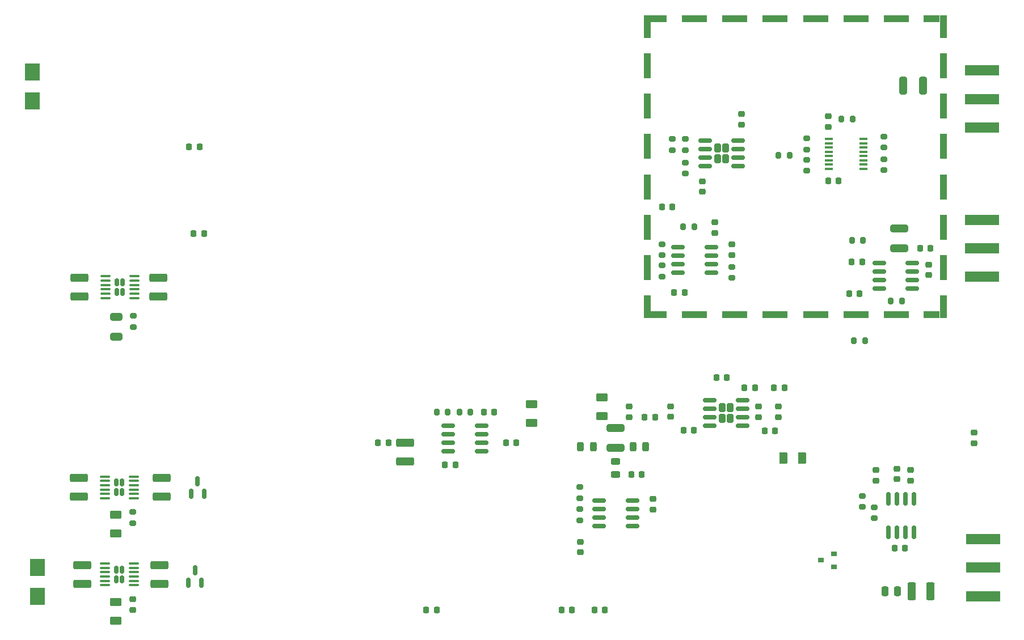
<source format=gbr>
G04 #@! TF.GenerationSoftware,KiCad,Pcbnew,(6.0.7)*
G04 #@! TF.CreationDate,2023-06-07T16:59:13+02:00*
G04 #@! TF.ProjectId,MTS_module,4d54535f-6d6f-4647-956c-652e6b696361,1.3.3*
G04 #@! TF.SameCoordinates,Original*
G04 #@! TF.FileFunction,Paste,Top*
G04 #@! TF.FilePolarity,Positive*
%FSLAX46Y46*%
G04 Gerber Fmt 4.6, Leading zero omitted, Abs format (unit mm)*
G04 Created by KiCad (PCBNEW (6.0.7)) date 2023-06-07 16:59:13*
%MOMM*%
%LPD*%
G01*
G04 APERTURE LIST*
G04 Aperture macros list*
%AMRoundRect*
0 Rectangle with rounded corners*
0 $1 Rounding radius*
0 $2 $3 $4 $5 $6 $7 $8 $9 X,Y pos of 4 corners*
0 Add a 4 corners polygon primitive as box body*
4,1,4,$2,$3,$4,$5,$6,$7,$8,$9,$2,$3,0*
0 Add four circle primitives for the rounded corners*
1,1,$1+$1,$2,$3*
1,1,$1+$1,$4,$5*
1,1,$1+$1,$6,$7*
1,1,$1+$1,$8,$9*
0 Add four rect primitives between the rounded corners*
20,1,$1+$1,$2,$3,$4,$5,0*
20,1,$1+$1,$4,$5,$6,$7,0*
20,1,$1+$1,$6,$7,$8,$9,0*
20,1,$1+$1,$8,$9,$2,$3,0*%
G04 Aperture macros list end*
%ADD10RoundRect,0.250000X-1.075000X0.375000X-1.075000X-0.375000X1.075000X-0.375000X1.075000X0.375000X0*%
%ADD11RoundRect,0.250000X-0.625000X0.375000X-0.625000X-0.375000X0.625000X-0.375000X0.625000X0.375000X0*%
%ADD12RoundRect,0.218750X-0.218750X-0.256250X0.218750X-0.256250X0.218750X0.256250X-0.218750X0.256250X0*%
%ADD13RoundRect,0.218750X0.218750X0.256250X-0.218750X0.256250X-0.218750X-0.256250X0.218750X-0.256250X0*%
%ADD14RoundRect,0.225000X0.250000X-0.225000X0.250000X0.225000X-0.250000X0.225000X-0.250000X-0.225000X0*%
%ADD15RoundRect,0.250000X0.625000X-0.375000X0.625000X0.375000X-0.625000X0.375000X-0.625000X-0.375000X0*%
%ADD16RoundRect,0.243750X0.243750X0.456250X-0.243750X0.456250X-0.243750X-0.456250X0.243750X-0.456250X0*%
%ADD17RoundRect,0.243750X0.456250X-0.243750X0.456250X0.243750X-0.456250X0.243750X-0.456250X-0.243750X0*%
%ADD18RoundRect,0.218750X-0.256250X0.218750X-0.256250X-0.218750X0.256250X-0.218750X0.256250X0.218750X0*%
%ADD19R,0.900000X0.800000*%
%ADD20RoundRect,0.200000X-0.275000X0.200000X-0.275000X-0.200000X0.275000X-0.200000X0.275000X0.200000X0*%
%ADD21RoundRect,0.218750X0.256250X-0.218750X0.256250X0.218750X-0.256250X0.218750X-0.256250X-0.218750X0*%
%ADD22RoundRect,0.250000X1.075000X-0.312500X1.075000X0.312500X-1.075000X0.312500X-1.075000X-0.312500X0*%
%ADD23RoundRect,0.250000X0.375000X1.075000X-0.375000X1.075000X-0.375000X-1.075000X0.375000X-1.075000X0*%
%ADD24RoundRect,0.167500X-0.167500X-0.407500X0.167500X-0.407500X0.167500X0.407500X-0.167500X0.407500X0*%
%ADD25RoundRect,0.100000X-0.625000X-0.100000X0.625000X-0.100000X0.625000X0.100000X-0.625000X0.100000X0*%
%ADD26RoundRect,0.250000X-0.375000X-0.625000X0.375000X-0.625000X0.375000X0.625000X-0.375000X0.625000X0*%
%ADD27RoundRect,0.225000X-0.225000X-0.250000X0.225000X-0.250000X0.225000X0.250000X-0.225000X0.250000X0*%
%ADD28RoundRect,0.225000X-0.250000X0.225000X-0.250000X-0.225000X0.250000X-0.225000X0.250000X0.225000X0*%
%ADD29RoundRect,0.225000X0.225000X0.250000X-0.225000X0.250000X-0.225000X-0.250000X0.225000X-0.250000X0*%
%ADD30R,2.300000X2.500000*%
%ADD31R,5.080000X1.500000*%
%ADD32R,1.000000X3.800000*%
%ADD33R,3.800000X1.000000*%
%ADD34R,1.000000X1.000000*%
%ADD35R,2.440000X1.000000*%
%ADD36R,1.000000X2.440000*%
%ADD37RoundRect,0.200000X0.200000X0.275000X-0.200000X0.275000X-0.200000X-0.275000X0.200000X-0.275000X0*%
%ADD38RoundRect,0.250000X-1.075000X0.312500X-1.075000X-0.312500X1.075000X-0.312500X1.075000X0.312500X0*%
%ADD39RoundRect,0.200000X0.275000X-0.200000X0.275000X0.200000X-0.275000X0.200000X-0.275000X-0.200000X0*%
%ADD40RoundRect,0.200000X-0.200000X-0.275000X0.200000X-0.275000X0.200000X0.275000X-0.200000X0.275000X0*%
%ADD41RoundRect,0.250000X0.312500X1.075000X-0.312500X1.075000X-0.312500X-1.075000X0.312500X-1.075000X0*%
%ADD42RoundRect,0.242500X-0.242500X-0.422500X0.242500X-0.422500X0.242500X0.422500X-0.242500X0.422500X0*%
%ADD43RoundRect,0.150000X-0.825000X-0.150000X0.825000X-0.150000X0.825000X0.150000X-0.825000X0.150000X0*%
%ADD44RoundRect,0.150000X0.825000X0.150000X-0.825000X0.150000X-0.825000X-0.150000X0.825000X-0.150000X0*%
%ADD45R,1.200000X0.400000*%
%ADD46RoundRect,0.250000X-0.650000X0.325000X-0.650000X-0.325000X0.650000X-0.325000X0.650000X0.325000X0*%
%ADD47RoundRect,0.150000X-0.150000X0.825000X-0.150000X-0.825000X0.150000X-0.825000X0.150000X0.825000X0*%
%ADD48RoundRect,0.150000X0.150000X-0.587500X0.150000X0.587500X-0.150000X0.587500X-0.150000X-0.587500X0*%
%ADD49RoundRect,0.250000X0.250000X0.475000X-0.250000X0.475000X-0.250000X-0.475000X0.250000X-0.475000X0*%
G04 APERTURE END LIST*
D10*
X72500000Y-120400000D03*
X72500000Y-123200000D03*
X73000000Y-133400000D03*
X73000000Y-136200000D03*
D11*
X78000000Y-125900000D03*
X78000000Y-128700000D03*
X78000000Y-138900000D03*
X78000000Y-141700000D03*
D12*
X132912500Y-110600000D03*
X134487500Y-110600000D03*
D10*
X84300000Y-90500000D03*
X84300000Y-93300000D03*
X84800000Y-120400000D03*
X84800000Y-123200000D03*
X84500000Y-133400000D03*
X84500000Y-136200000D03*
D13*
X118687500Y-115100000D03*
X117112500Y-115100000D03*
X137787500Y-115100000D03*
X136212500Y-115100000D03*
D11*
X140000000Y-109400000D03*
X140000000Y-112200000D03*
D14*
X194600000Y-120575000D03*
X194600000Y-119025000D03*
D15*
X150500000Y-111200000D03*
X150500000Y-108400000D03*
D16*
X149237500Y-115700000D03*
X147362500Y-115700000D03*
D14*
X160800000Y-111275000D03*
X160800000Y-109725000D03*
D16*
X157037500Y-115700000D03*
X155162500Y-115700000D03*
D12*
X162712500Y-113300000D03*
X164287500Y-113300000D03*
D13*
X173387500Y-106900000D03*
X171812500Y-106900000D03*
D17*
X152600000Y-119837500D03*
X152600000Y-117962500D03*
D18*
X191400000Y-119212500D03*
X191400000Y-120787500D03*
D12*
X194212500Y-130900000D03*
X195787500Y-130900000D03*
D18*
X158200000Y-123512500D03*
X158200000Y-125087500D03*
D12*
X149412500Y-140100000D03*
X150987500Y-140100000D03*
X144512500Y-140100000D03*
X146087500Y-140100000D03*
X124312500Y-140100000D03*
X125887500Y-140100000D03*
X88925000Y-70900000D03*
X90500000Y-70900000D03*
X89612500Y-83900000D03*
X91187500Y-83900000D03*
D19*
X185200000Y-133650000D03*
X185200000Y-131750000D03*
X183200000Y-132700000D03*
D20*
X80500000Y-125475000D03*
X80500000Y-127125000D03*
D18*
X80500000Y-138512500D03*
X80500000Y-140087500D03*
D10*
X121200000Y-115100000D03*
X121200000Y-117900000D03*
D18*
X206100000Y-113612500D03*
X206100000Y-115187500D03*
D21*
X196600000Y-120787500D03*
X196600000Y-119212500D03*
X154600000Y-111287500D03*
X154600000Y-109712500D03*
D13*
X158487500Y-111300000D03*
X156912500Y-111300000D03*
X176387500Y-113400000D03*
X174812500Y-113400000D03*
D22*
X152600000Y-115862500D03*
X152600000Y-112937500D03*
D12*
X167612500Y-105400000D03*
X169187500Y-105400000D03*
D18*
X176900000Y-109712500D03*
X176900000Y-111287500D03*
X173900000Y-109712500D03*
X173900000Y-111287500D03*
D12*
X154912500Y-119900000D03*
X156487500Y-119900000D03*
D23*
X199550000Y-137300000D03*
X196750000Y-137300000D03*
D13*
X177787500Y-106900000D03*
X176212500Y-106900000D03*
D24*
X78090000Y-121090000D03*
X78090000Y-122510000D03*
X78910000Y-122510000D03*
X78910000Y-121090000D03*
D25*
X76350000Y-120175000D03*
X76350000Y-120825000D03*
X76350000Y-121475000D03*
X76350000Y-122125000D03*
X76350000Y-122775000D03*
X76350000Y-123425000D03*
X80650000Y-123425000D03*
X80650000Y-122775000D03*
X80650000Y-122125000D03*
X80650000Y-121475000D03*
X80650000Y-120825000D03*
X80650000Y-120175000D03*
D24*
X78910000Y-134090000D03*
X78090000Y-134090000D03*
X78910000Y-135510000D03*
X78090000Y-135510000D03*
D25*
X76350000Y-133175000D03*
X76350000Y-133825000D03*
X76350000Y-134475000D03*
X76350000Y-135125000D03*
X76350000Y-135775000D03*
X76350000Y-136425000D03*
X80650000Y-136425000D03*
X80650000Y-135775000D03*
X80650000Y-135125000D03*
X80650000Y-134475000D03*
X80650000Y-133825000D03*
X80650000Y-133175000D03*
D21*
X147300000Y-131487500D03*
X147300000Y-129912500D03*
D26*
X177600000Y-117400000D03*
X180400000Y-117400000D03*
D10*
X72600000Y-90500000D03*
X72600000Y-93300000D03*
D27*
X198025000Y-86100000D03*
X199575000Y-86100000D03*
D28*
X199300000Y-88525000D03*
X199300000Y-90075000D03*
D29*
X188975000Y-92900000D03*
X187425000Y-92900000D03*
D28*
X184300000Y-66400000D03*
X184300000Y-67950000D03*
D27*
X159525000Y-79900000D03*
X161075000Y-79900000D03*
X184325000Y-76000000D03*
X185875000Y-76000000D03*
D28*
X165500000Y-76100000D03*
X165500000Y-77650000D03*
D14*
X171400000Y-67600000D03*
X171400000Y-66050000D03*
D30*
X65500000Y-59750000D03*
X65500000Y-64050000D03*
X66300000Y-138050000D03*
X66300000Y-133750000D03*
D31*
X207300000Y-86100000D03*
X207300000Y-81850000D03*
X207300000Y-90350000D03*
D32*
X201490000Y-58850000D03*
D33*
X188450000Y-51810000D03*
D32*
X201490000Y-76950000D03*
X157310000Y-70850000D03*
D33*
X182450000Y-95990000D03*
X194450000Y-51810000D03*
X182450000Y-51810000D03*
D34*
X157310000Y-51810000D03*
D33*
X194450000Y-95990000D03*
D34*
X157310000Y-95990000D03*
D32*
X157310000Y-76950000D03*
D35*
X199770000Y-51810000D03*
D33*
X176350000Y-51810000D03*
D36*
X201490000Y-53530000D03*
D32*
X157310000Y-82950000D03*
X201490000Y-88950000D03*
D34*
X201490000Y-95990000D03*
D36*
X201490000Y-94270000D03*
D32*
X157310000Y-58850000D03*
D34*
X201490000Y-51810000D03*
D33*
X164350000Y-95990000D03*
D32*
X157310000Y-64850000D03*
D36*
X157310000Y-53530000D03*
D33*
X188450000Y-95990000D03*
D32*
X201490000Y-82950000D03*
D33*
X170350000Y-95990000D03*
D35*
X159030000Y-95990000D03*
D32*
X201490000Y-64850000D03*
X201490000Y-70850000D03*
D33*
X164350000Y-51810000D03*
X170350000Y-51810000D03*
D35*
X199770000Y-95990000D03*
X159030000Y-51810000D03*
D32*
X157310000Y-88950000D03*
D33*
X176350000Y-95990000D03*
D36*
X157310000Y-94270000D03*
D37*
X130925000Y-110600000D03*
X129275000Y-110600000D03*
D20*
X161000000Y-69775000D03*
X161000000Y-71425000D03*
D38*
X194900000Y-83137500D03*
X194900000Y-86062500D03*
D39*
X163000000Y-71425000D03*
X163000000Y-69775000D03*
D40*
X188175000Y-99900000D03*
X189825000Y-99900000D03*
X193675000Y-94000000D03*
X195325000Y-94000000D03*
D39*
X163000000Y-74925000D03*
X163000000Y-73275000D03*
D41*
X198462500Y-61800000D03*
X195537500Y-61800000D03*
D37*
X178525000Y-72200000D03*
X176875000Y-72200000D03*
D40*
X186275000Y-66800000D03*
X187925000Y-66800000D03*
D20*
X181100000Y-72875000D03*
X181100000Y-74525000D03*
X192600000Y-72775000D03*
X192600000Y-74425000D03*
X181100000Y-69700000D03*
X181100000Y-71350000D03*
D39*
X192600000Y-71050000D03*
X192600000Y-69400000D03*
D42*
X169000000Y-72725000D03*
X169000000Y-71075000D03*
X167800000Y-72725000D03*
X167800000Y-71075000D03*
D43*
X165925000Y-69995000D03*
X165925000Y-71265000D03*
X165925000Y-72535000D03*
X165925000Y-73805000D03*
X170875000Y-73805000D03*
X170875000Y-72535000D03*
X170875000Y-71265000D03*
X170875000Y-69995000D03*
D44*
X196875000Y-92105000D03*
X196875000Y-90835000D03*
X196875000Y-89565000D03*
X196875000Y-88295000D03*
X191925000Y-88295000D03*
X191925000Y-89565000D03*
X191925000Y-90835000D03*
X191925000Y-92105000D03*
D45*
X184400000Y-69777500D03*
X184400000Y-70412500D03*
X184400000Y-71047500D03*
X184400000Y-71682500D03*
X184400000Y-72317500D03*
X184400000Y-72952500D03*
X184400000Y-73587500D03*
X184400000Y-74222500D03*
X189600000Y-74222500D03*
X189600000Y-73587500D03*
X189600000Y-72952500D03*
X189600000Y-72317500D03*
X189600000Y-71682500D03*
X189600000Y-71047500D03*
X189600000Y-70412500D03*
X189600000Y-69777500D03*
D31*
X207300000Y-63800000D03*
X207300000Y-59550000D03*
X207300000Y-68050000D03*
X207400000Y-133800000D03*
X207400000Y-129550000D03*
X207400000Y-138050000D03*
D29*
X128675000Y-118400000D03*
X127125000Y-118400000D03*
D46*
X78100000Y-96325000D03*
X78100000Y-99275000D03*
D14*
X167400000Y-83775000D03*
X167400000Y-82225000D03*
D27*
X161325000Y-92700000D03*
X162875000Y-92700000D03*
D20*
X80600000Y-96175000D03*
X80600000Y-97825000D03*
D37*
X127525000Y-110600000D03*
X125875000Y-110600000D03*
D39*
X189400000Y-124725000D03*
X189400000Y-123075000D03*
X191200000Y-126425000D03*
X191200000Y-124775000D03*
X159500000Y-90325000D03*
X159500000Y-88675000D03*
D20*
X159500000Y-85475000D03*
X159500000Y-87125000D03*
D24*
X78190000Y-92610000D03*
X79010000Y-91190000D03*
X78190000Y-91190000D03*
X79010000Y-92610000D03*
D25*
X76450000Y-90275000D03*
X76450000Y-90925000D03*
X76450000Y-91575000D03*
X76450000Y-92225000D03*
X76450000Y-92875000D03*
X76450000Y-93525000D03*
X80750000Y-93525000D03*
X80750000Y-92875000D03*
X80750000Y-92225000D03*
X80750000Y-91575000D03*
X80750000Y-90925000D03*
X80750000Y-90275000D03*
D43*
X127625000Y-112595000D03*
X127625000Y-113865000D03*
X127625000Y-115135000D03*
X127625000Y-116405000D03*
X132575000Y-116405000D03*
X132575000Y-115135000D03*
X132575000Y-113865000D03*
X132575000Y-112595000D03*
D47*
X197105000Y-123525000D03*
X195835000Y-123525000D03*
X194565000Y-123525000D03*
X193295000Y-123525000D03*
X193295000Y-128475000D03*
X194565000Y-128475000D03*
X195835000Y-128475000D03*
X197105000Y-128475000D03*
D43*
X161925000Y-85895000D03*
X161925000Y-87165000D03*
X161925000Y-88435000D03*
X161925000Y-89705000D03*
X166875000Y-89705000D03*
X166875000Y-88435000D03*
X166875000Y-87165000D03*
X166875000Y-85895000D03*
D37*
X164325000Y-82900000D03*
X162675000Y-82900000D03*
D42*
X168500000Y-109875000D03*
X168500000Y-111525000D03*
X169700000Y-111525000D03*
X169700000Y-109875000D03*
D43*
X166625000Y-108795000D03*
X166625000Y-110065000D03*
X166625000Y-111335000D03*
X166625000Y-112605000D03*
X171575000Y-112605000D03*
X171575000Y-111335000D03*
X171575000Y-110065000D03*
X171575000Y-108795000D03*
D48*
X88850000Y-136037500D03*
X90750000Y-136037500D03*
X89800000Y-134162500D03*
D37*
X189525000Y-84900000D03*
X187875000Y-84900000D03*
D49*
X194650000Y-137300000D03*
X192750000Y-137300000D03*
D43*
X150125000Y-123790000D03*
X150125000Y-125060000D03*
X150125000Y-126330000D03*
X150125000Y-127600000D03*
X155075000Y-127600000D03*
X155075000Y-126330000D03*
X155075000Y-125060000D03*
X155075000Y-123790000D03*
D39*
X147200000Y-126725000D03*
X147200000Y-125075000D03*
D27*
X187825000Y-88100000D03*
X189375000Y-88100000D03*
D48*
X89250000Y-122737500D03*
X91150000Y-122737500D03*
X90200000Y-120862500D03*
D39*
X147200000Y-123425000D03*
X147200000Y-121775000D03*
D14*
X169900000Y-87075000D03*
X169900000Y-85525000D03*
D39*
X169900000Y-90525000D03*
X169900000Y-88875000D03*
M02*

</source>
